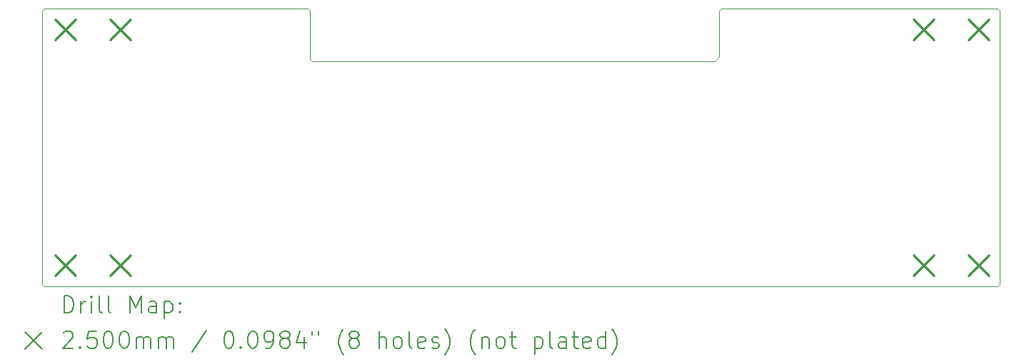
<source format=gbr>
%TF.GenerationSoftware,KiCad,Pcbnew,9.0.4-9.0.4-0~ubuntu22.04.1*%
%TF.CreationDate,2025-10-18T22:49:02+02:00*%
%TF.ProjectId,YR,59522e6b-6963-4616-945f-706362585858,rev?*%
%TF.SameCoordinates,Original*%
%TF.FileFunction,Drillmap*%
%TF.FilePolarity,Positive*%
%FSLAX45Y45*%
G04 Gerber Fmt 4.5, Leading zero omitted, Abs format (unit mm)*
G04 Created by KiCad (PCBNEW 9.0.4-9.0.4-0~ubuntu22.04.1) date 2025-10-18 22:49:02*
%MOMM*%
%LPD*%
G01*
G04 APERTURE LIST*
%ADD10C,0.050000*%
%ADD11C,0.200000*%
%ADD12C,0.250000*%
G04 APERTURE END LIST*
D10*
X12600000Y-5625000D02*
X17375000Y-5625000D01*
X9400000Y-5025000D02*
X9400000Y-8275000D01*
X20750000Y-8275000D02*
X20725000Y-8300000D01*
X20725000Y-8300000D02*
X9425000Y-8300000D01*
X17375000Y-5625000D02*
X17425000Y-5575000D01*
X17425000Y-5025000D02*
X17450000Y-5000000D01*
X9425000Y-8300000D02*
X9400000Y-8275000D01*
X17450000Y-5000000D02*
X20725000Y-5000000D01*
X9425000Y-5000000D02*
X9400000Y-5025000D01*
X12575000Y-5600000D02*
X12600000Y-5625000D01*
X17425000Y-5575000D02*
X17425000Y-5025000D01*
X9425000Y-5000000D02*
X12550000Y-5000000D01*
X12550000Y-5000000D02*
X12575000Y-5025000D01*
X12575000Y-5025000D02*
X12575000Y-5600000D01*
X20725000Y-5000000D02*
X20750000Y-5025000D01*
X20750000Y-5025000D02*
X20750000Y-8275000D01*
D11*
D12*
X9550000Y-5125000D02*
X9800000Y-5375000D01*
X9800000Y-5125000D02*
X9550000Y-5375000D01*
X9550000Y-7925000D02*
X9800000Y-8175000D01*
X9800000Y-7925000D02*
X9550000Y-8175000D01*
X10200000Y-5125000D02*
X10450000Y-5375000D01*
X10450000Y-5125000D02*
X10200000Y-5375000D01*
X10200000Y-7925000D02*
X10450000Y-8175000D01*
X10450000Y-7925000D02*
X10200000Y-8175000D01*
X19725000Y-5125000D02*
X19975000Y-5375000D01*
X19975000Y-5125000D02*
X19725000Y-5375000D01*
X19725000Y-7925000D02*
X19975000Y-8175000D01*
X19975000Y-7925000D02*
X19725000Y-8175000D01*
X20375000Y-5125000D02*
X20625000Y-5375000D01*
X20625000Y-5125000D02*
X20375000Y-5375000D01*
X20375000Y-7925000D02*
X20625000Y-8175000D01*
X20625000Y-7925000D02*
X20375000Y-8175000D01*
D11*
X9658277Y-8613984D02*
X9658277Y-8413984D01*
X9658277Y-8413984D02*
X9705896Y-8413984D01*
X9705896Y-8413984D02*
X9734467Y-8423508D01*
X9734467Y-8423508D02*
X9753515Y-8442555D01*
X9753515Y-8442555D02*
X9763039Y-8461603D01*
X9763039Y-8461603D02*
X9772563Y-8499698D01*
X9772563Y-8499698D02*
X9772563Y-8528270D01*
X9772563Y-8528270D02*
X9763039Y-8566365D01*
X9763039Y-8566365D02*
X9753515Y-8585412D01*
X9753515Y-8585412D02*
X9734467Y-8604460D01*
X9734467Y-8604460D02*
X9705896Y-8613984D01*
X9705896Y-8613984D02*
X9658277Y-8613984D01*
X9858277Y-8613984D02*
X9858277Y-8480650D01*
X9858277Y-8518746D02*
X9867801Y-8499698D01*
X9867801Y-8499698D02*
X9877324Y-8490174D01*
X9877324Y-8490174D02*
X9896372Y-8480650D01*
X9896372Y-8480650D02*
X9915420Y-8480650D01*
X9982086Y-8613984D02*
X9982086Y-8480650D01*
X9982086Y-8413984D02*
X9972563Y-8423508D01*
X9972563Y-8423508D02*
X9982086Y-8433031D01*
X9982086Y-8433031D02*
X9991610Y-8423508D01*
X9991610Y-8423508D02*
X9982086Y-8413984D01*
X9982086Y-8413984D02*
X9982086Y-8433031D01*
X10105896Y-8613984D02*
X10086848Y-8604460D01*
X10086848Y-8604460D02*
X10077324Y-8585412D01*
X10077324Y-8585412D02*
X10077324Y-8413984D01*
X10210658Y-8613984D02*
X10191610Y-8604460D01*
X10191610Y-8604460D02*
X10182086Y-8585412D01*
X10182086Y-8585412D02*
X10182086Y-8413984D01*
X10439229Y-8613984D02*
X10439229Y-8413984D01*
X10439229Y-8413984D02*
X10505896Y-8556841D01*
X10505896Y-8556841D02*
X10572563Y-8413984D01*
X10572563Y-8413984D02*
X10572563Y-8613984D01*
X10753515Y-8613984D02*
X10753515Y-8509222D01*
X10753515Y-8509222D02*
X10743991Y-8490174D01*
X10743991Y-8490174D02*
X10724944Y-8480650D01*
X10724944Y-8480650D02*
X10686848Y-8480650D01*
X10686848Y-8480650D02*
X10667801Y-8490174D01*
X10753515Y-8604460D02*
X10734467Y-8613984D01*
X10734467Y-8613984D02*
X10686848Y-8613984D01*
X10686848Y-8613984D02*
X10667801Y-8604460D01*
X10667801Y-8604460D02*
X10658277Y-8585412D01*
X10658277Y-8585412D02*
X10658277Y-8566365D01*
X10658277Y-8566365D02*
X10667801Y-8547317D01*
X10667801Y-8547317D02*
X10686848Y-8537793D01*
X10686848Y-8537793D02*
X10734467Y-8537793D01*
X10734467Y-8537793D02*
X10753515Y-8528270D01*
X10848753Y-8480650D02*
X10848753Y-8680650D01*
X10848753Y-8490174D02*
X10867801Y-8480650D01*
X10867801Y-8480650D02*
X10905896Y-8480650D01*
X10905896Y-8480650D02*
X10924944Y-8490174D01*
X10924944Y-8490174D02*
X10934467Y-8499698D01*
X10934467Y-8499698D02*
X10943991Y-8518746D01*
X10943991Y-8518746D02*
X10943991Y-8575889D01*
X10943991Y-8575889D02*
X10934467Y-8594936D01*
X10934467Y-8594936D02*
X10924944Y-8604460D01*
X10924944Y-8604460D02*
X10905896Y-8613984D01*
X10905896Y-8613984D02*
X10867801Y-8613984D01*
X10867801Y-8613984D02*
X10848753Y-8604460D01*
X11029705Y-8594936D02*
X11039229Y-8604460D01*
X11039229Y-8604460D02*
X11029705Y-8613984D01*
X11029705Y-8613984D02*
X11020182Y-8604460D01*
X11020182Y-8604460D02*
X11029705Y-8594936D01*
X11029705Y-8594936D02*
X11029705Y-8613984D01*
X11029705Y-8490174D02*
X11039229Y-8499698D01*
X11039229Y-8499698D02*
X11029705Y-8509222D01*
X11029705Y-8509222D02*
X11020182Y-8499698D01*
X11020182Y-8499698D02*
X11029705Y-8490174D01*
X11029705Y-8490174D02*
X11029705Y-8509222D01*
X9197500Y-8842500D02*
X9397500Y-9042500D01*
X9397500Y-8842500D02*
X9197500Y-9042500D01*
X9648753Y-8853031D02*
X9658277Y-8843508D01*
X9658277Y-8843508D02*
X9677324Y-8833984D01*
X9677324Y-8833984D02*
X9724944Y-8833984D01*
X9724944Y-8833984D02*
X9743991Y-8843508D01*
X9743991Y-8843508D02*
X9753515Y-8853031D01*
X9753515Y-8853031D02*
X9763039Y-8872079D01*
X9763039Y-8872079D02*
X9763039Y-8891127D01*
X9763039Y-8891127D02*
X9753515Y-8919698D01*
X9753515Y-8919698D02*
X9639229Y-9033984D01*
X9639229Y-9033984D02*
X9763039Y-9033984D01*
X9848753Y-9014936D02*
X9858277Y-9024460D01*
X9858277Y-9024460D02*
X9848753Y-9033984D01*
X9848753Y-9033984D02*
X9839229Y-9024460D01*
X9839229Y-9024460D02*
X9848753Y-9014936D01*
X9848753Y-9014936D02*
X9848753Y-9033984D01*
X10039229Y-8833984D02*
X9943991Y-8833984D01*
X9943991Y-8833984D02*
X9934467Y-8929222D01*
X9934467Y-8929222D02*
X9943991Y-8919698D01*
X9943991Y-8919698D02*
X9963039Y-8910174D01*
X9963039Y-8910174D02*
X10010658Y-8910174D01*
X10010658Y-8910174D02*
X10029705Y-8919698D01*
X10029705Y-8919698D02*
X10039229Y-8929222D01*
X10039229Y-8929222D02*
X10048753Y-8948270D01*
X10048753Y-8948270D02*
X10048753Y-8995889D01*
X10048753Y-8995889D02*
X10039229Y-9014936D01*
X10039229Y-9014936D02*
X10029705Y-9024460D01*
X10029705Y-9024460D02*
X10010658Y-9033984D01*
X10010658Y-9033984D02*
X9963039Y-9033984D01*
X9963039Y-9033984D02*
X9943991Y-9024460D01*
X9943991Y-9024460D02*
X9934467Y-9014936D01*
X10172563Y-8833984D02*
X10191610Y-8833984D01*
X10191610Y-8833984D02*
X10210658Y-8843508D01*
X10210658Y-8843508D02*
X10220182Y-8853031D01*
X10220182Y-8853031D02*
X10229705Y-8872079D01*
X10229705Y-8872079D02*
X10239229Y-8910174D01*
X10239229Y-8910174D02*
X10239229Y-8957793D01*
X10239229Y-8957793D02*
X10229705Y-8995889D01*
X10229705Y-8995889D02*
X10220182Y-9014936D01*
X10220182Y-9014936D02*
X10210658Y-9024460D01*
X10210658Y-9024460D02*
X10191610Y-9033984D01*
X10191610Y-9033984D02*
X10172563Y-9033984D01*
X10172563Y-9033984D02*
X10153515Y-9024460D01*
X10153515Y-9024460D02*
X10143991Y-9014936D01*
X10143991Y-9014936D02*
X10134467Y-8995889D01*
X10134467Y-8995889D02*
X10124944Y-8957793D01*
X10124944Y-8957793D02*
X10124944Y-8910174D01*
X10124944Y-8910174D02*
X10134467Y-8872079D01*
X10134467Y-8872079D02*
X10143991Y-8853031D01*
X10143991Y-8853031D02*
X10153515Y-8843508D01*
X10153515Y-8843508D02*
X10172563Y-8833984D01*
X10363039Y-8833984D02*
X10382086Y-8833984D01*
X10382086Y-8833984D02*
X10401134Y-8843508D01*
X10401134Y-8843508D02*
X10410658Y-8853031D01*
X10410658Y-8853031D02*
X10420182Y-8872079D01*
X10420182Y-8872079D02*
X10429705Y-8910174D01*
X10429705Y-8910174D02*
X10429705Y-8957793D01*
X10429705Y-8957793D02*
X10420182Y-8995889D01*
X10420182Y-8995889D02*
X10410658Y-9014936D01*
X10410658Y-9014936D02*
X10401134Y-9024460D01*
X10401134Y-9024460D02*
X10382086Y-9033984D01*
X10382086Y-9033984D02*
X10363039Y-9033984D01*
X10363039Y-9033984D02*
X10343991Y-9024460D01*
X10343991Y-9024460D02*
X10334467Y-9014936D01*
X10334467Y-9014936D02*
X10324944Y-8995889D01*
X10324944Y-8995889D02*
X10315420Y-8957793D01*
X10315420Y-8957793D02*
X10315420Y-8910174D01*
X10315420Y-8910174D02*
X10324944Y-8872079D01*
X10324944Y-8872079D02*
X10334467Y-8853031D01*
X10334467Y-8853031D02*
X10343991Y-8843508D01*
X10343991Y-8843508D02*
X10363039Y-8833984D01*
X10515420Y-9033984D02*
X10515420Y-8900650D01*
X10515420Y-8919698D02*
X10524944Y-8910174D01*
X10524944Y-8910174D02*
X10543991Y-8900650D01*
X10543991Y-8900650D02*
X10572563Y-8900650D01*
X10572563Y-8900650D02*
X10591610Y-8910174D01*
X10591610Y-8910174D02*
X10601134Y-8929222D01*
X10601134Y-8929222D02*
X10601134Y-9033984D01*
X10601134Y-8929222D02*
X10610658Y-8910174D01*
X10610658Y-8910174D02*
X10629705Y-8900650D01*
X10629705Y-8900650D02*
X10658277Y-8900650D01*
X10658277Y-8900650D02*
X10677325Y-8910174D01*
X10677325Y-8910174D02*
X10686848Y-8929222D01*
X10686848Y-8929222D02*
X10686848Y-9033984D01*
X10782086Y-9033984D02*
X10782086Y-8900650D01*
X10782086Y-8919698D02*
X10791610Y-8910174D01*
X10791610Y-8910174D02*
X10810658Y-8900650D01*
X10810658Y-8900650D02*
X10839229Y-8900650D01*
X10839229Y-8900650D02*
X10858277Y-8910174D01*
X10858277Y-8910174D02*
X10867801Y-8929222D01*
X10867801Y-8929222D02*
X10867801Y-9033984D01*
X10867801Y-8929222D02*
X10877325Y-8910174D01*
X10877325Y-8910174D02*
X10896372Y-8900650D01*
X10896372Y-8900650D02*
X10924944Y-8900650D01*
X10924944Y-8900650D02*
X10943991Y-8910174D01*
X10943991Y-8910174D02*
X10953515Y-8929222D01*
X10953515Y-8929222D02*
X10953515Y-9033984D01*
X11343991Y-8824460D02*
X11172563Y-9081603D01*
X11601134Y-8833984D02*
X11620182Y-8833984D01*
X11620182Y-8833984D02*
X11639229Y-8843508D01*
X11639229Y-8843508D02*
X11648753Y-8853031D01*
X11648753Y-8853031D02*
X11658277Y-8872079D01*
X11658277Y-8872079D02*
X11667801Y-8910174D01*
X11667801Y-8910174D02*
X11667801Y-8957793D01*
X11667801Y-8957793D02*
X11658277Y-8995889D01*
X11658277Y-8995889D02*
X11648753Y-9014936D01*
X11648753Y-9014936D02*
X11639229Y-9024460D01*
X11639229Y-9024460D02*
X11620182Y-9033984D01*
X11620182Y-9033984D02*
X11601134Y-9033984D01*
X11601134Y-9033984D02*
X11582086Y-9024460D01*
X11582086Y-9024460D02*
X11572563Y-9014936D01*
X11572563Y-9014936D02*
X11563039Y-8995889D01*
X11563039Y-8995889D02*
X11553515Y-8957793D01*
X11553515Y-8957793D02*
X11553515Y-8910174D01*
X11553515Y-8910174D02*
X11563039Y-8872079D01*
X11563039Y-8872079D02*
X11572563Y-8853031D01*
X11572563Y-8853031D02*
X11582086Y-8843508D01*
X11582086Y-8843508D02*
X11601134Y-8833984D01*
X11753515Y-9014936D02*
X11763039Y-9024460D01*
X11763039Y-9024460D02*
X11753515Y-9033984D01*
X11753515Y-9033984D02*
X11743991Y-9024460D01*
X11743991Y-9024460D02*
X11753515Y-9014936D01*
X11753515Y-9014936D02*
X11753515Y-9033984D01*
X11886848Y-8833984D02*
X11905896Y-8833984D01*
X11905896Y-8833984D02*
X11924944Y-8843508D01*
X11924944Y-8843508D02*
X11934467Y-8853031D01*
X11934467Y-8853031D02*
X11943991Y-8872079D01*
X11943991Y-8872079D02*
X11953515Y-8910174D01*
X11953515Y-8910174D02*
X11953515Y-8957793D01*
X11953515Y-8957793D02*
X11943991Y-8995889D01*
X11943991Y-8995889D02*
X11934467Y-9014936D01*
X11934467Y-9014936D02*
X11924944Y-9024460D01*
X11924944Y-9024460D02*
X11905896Y-9033984D01*
X11905896Y-9033984D02*
X11886848Y-9033984D01*
X11886848Y-9033984D02*
X11867801Y-9024460D01*
X11867801Y-9024460D02*
X11858277Y-9014936D01*
X11858277Y-9014936D02*
X11848753Y-8995889D01*
X11848753Y-8995889D02*
X11839229Y-8957793D01*
X11839229Y-8957793D02*
X11839229Y-8910174D01*
X11839229Y-8910174D02*
X11848753Y-8872079D01*
X11848753Y-8872079D02*
X11858277Y-8853031D01*
X11858277Y-8853031D02*
X11867801Y-8843508D01*
X11867801Y-8843508D02*
X11886848Y-8833984D01*
X12048753Y-9033984D02*
X12086848Y-9033984D01*
X12086848Y-9033984D02*
X12105896Y-9024460D01*
X12105896Y-9024460D02*
X12115420Y-9014936D01*
X12115420Y-9014936D02*
X12134467Y-8986365D01*
X12134467Y-8986365D02*
X12143991Y-8948270D01*
X12143991Y-8948270D02*
X12143991Y-8872079D01*
X12143991Y-8872079D02*
X12134467Y-8853031D01*
X12134467Y-8853031D02*
X12124944Y-8843508D01*
X12124944Y-8843508D02*
X12105896Y-8833984D01*
X12105896Y-8833984D02*
X12067801Y-8833984D01*
X12067801Y-8833984D02*
X12048753Y-8843508D01*
X12048753Y-8843508D02*
X12039229Y-8853031D01*
X12039229Y-8853031D02*
X12029706Y-8872079D01*
X12029706Y-8872079D02*
X12029706Y-8919698D01*
X12029706Y-8919698D02*
X12039229Y-8938746D01*
X12039229Y-8938746D02*
X12048753Y-8948270D01*
X12048753Y-8948270D02*
X12067801Y-8957793D01*
X12067801Y-8957793D02*
X12105896Y-8957793D01*
X12105896Y-8957793D02*
X12124944Y-8948270D01*
X12124944Y-8948270D02*
X12134467Y-8938746D01*
X12134467Y-8938746D02*
X12143991Y-8919698D01*
X12258277Y-8919698D02*
X12239229Y-8910174D01*
X12239229Y-8910174D02*
X12229706Y-8900650D01*
X12229706Y-8900650D02*
X12220182Y-8881603D01*
X12220182Y-8881603D02*
X12220182Y-8872079D01*
X12220182Y-8872079D02*
X12229706Y-8853031D01*
X12229706Y-8853031D02*
X12239229Y-8843508D01*
X12239229Y-8843508D02*
X12258277Y-8833984D01*
X12258277Y-8833984D02*
X12296372Y-8833984D01*
X12296372Y-8833984D02*
X12315420Y-8843508D01*
X12315420Y-8843508D02*
X12324944Y-8853031D01*
X12324944Y-8853031D02*
X12334467Y-8872079D01*
X12334467Y-8872079D02*
X12334467Y-8881603D01*
X12334467Y-8881603D02*
X12324944Y-8900650D01*
X12324944Y-8900650D02*
X12315420Y-8910174D01*
X12315420Y-8910174D02*
X12296372Y-8919698D01*
X12296372Y-8919698D02*
X12258277Y-8919698D01*
X12258277Y-8919698D02*
X12239229Y-8929222D01*
X12239229Y-8929222D02*
X12229706Y-8938746D01*
X12229706Y-8938746D02*
X12220182Y-8957793D01*
X12220182Y-8957793D02*
X12220182Y-8995889D01*
X12220182Y-8995889D02*
X12229706Y-9014936D01*
X12229706Y-9014936D02*
X12239229Y-9024460D01*
X12239229Y-9024460D02*
X12258277Y-9033984D01*
X12258277Y-9033984D02*
X12296372Y-9033984D01*
X12296372Y-9033984D02*
X12315420Y-9024460D01*
X12315420Y-9024460D02*
X12324944Y-9014936D01*
X12324944Y-9014936D02*
X12334467Y-8995889D01*
X12334467Y-8995889D02*
X12334467Y-8957793D01*
X12334467Y-8957793D02*
X12324944Y-8938746D01*
X12324944Y-8938746D02*
X12315420Y-8929222D01*
X12315420Y-8929222D02*
X12296372Y-8919698D01*
X12505896Y-8900650D02*
X12505896Y-9033984D01*
X12458277Y-8824460D02*
X12410658Y-8967317D01*
X12410658Y-8967317D02*
X12534467Y-8967317D01*
X12601134Y-8833984D02*
X12601134Y-8872079D01*
X12677325Y-8833984D02*
X12677325Y-8872079D01*
X12972563Y-9110174D02*
X12963039Y-9100650D01*
X12963039Y-9100650D02*
X12943991Y-9072079D01*
X12943991Y-9072079D02*
X12934468Y-9053031D01*
X12934468Y-9053031D02*
X12924944Y-9024460D01*
X12924944Y-9024460D02*
X12915420Y-8976841D01*
X12915420Y-8976841D02*
X12915420Y-8938746D01*
X12915420Y-8938746D02*
X12924944Y-8891127D01*
X12924944Y-8891127D02*
X12934468Y-8862555D01*
X12934468Y-8862555D02*
X12943991Y-8843508D01*
X12943991Y-8843508D02*
X12963039Y-8814936D01*
X12963039Y-8814936D02*
X12972563Y-8805412D01*
X13077325Y-8919698D02*
X13058277Y-8910174D01*
X13058277Y-8910174D02*
X13048753Y-8900650D01*
X13048753Y-8900650D02*
X13039229Y-8881603D01*
X13039229Y-8881603D02*
X13039229Y-8872079D01*
X13039229Y-8872079D02*
X13048753Y-8853031D01*
X13048753Y-8853031D02*
X13058277Y-8843508D01*
X13058277Y-8843508D02*
X13077325Y-8833984D01*
X13077325Y-8833984D02*
X13115420Y-8833984D01*
X13115420Y-8833984D02*
X13134468Y-8843508D01*
X13134468Y-8843508D02*
X13143991Y-8853031D01*
X13143991Y-8853031D02*
X13153515Y-8872079D01*
X13153515Y-8872079D02*
X13153515Y-8881603D01*
X13153515Y-8881603D02*
X13143991Y-8900650D01*
X13143991Y-8900650D02*
X13134468Y-8910174D01*
X13134468Y-8910174D02*
X13115420Y-8919698D01*
X13115420Y-8919698D02*
X13077325Y-8919698D01*
X13077325Y-8919698D02*
X13058277Y-8929222D01*
X13058277Y-8929222D02*
X13048753Y-8938746D01*
X13048753Y-8938746D02*
X13039229Y-8957793D01*
X13039229Y-8957793D02*
X13039229Y-8995889D01*
X13039229Y-8995889D02*
X13048753Y-9014936D01*
X13048753Y-9014936D02*
X13058277Y-9024460D01*
X13058277Y-9024460D02*
X13077325Y-9033984D01*
X13077325Y-9033984D02*
X13115420Y-9033984D01*
X13115420Y-9033984D02*
X13134468Y-9024460D01*
X13134468Y-9024460D02*
X13143991Y-9014936D01*
X13143991Y-9014936D02*
X13153515Y-8995889D01*
X13153515Y-8995889D02*
X13153515Y-8957793D01*
X13153515Y-8957793D02*
X13143991Y-8938746D01*
X13143991Y-8938746D02*
X13134468Y-8929222D01*
X13134468Y-8929222D02*
X13115420Y-8919698D01*
X13391610Y-9033984D02*
X13391610Y-8833984D01*
X13477325Y-9033984D02*
X13477325Y-8929222D01*
X13477325Y-8929222D02*
X13467801Y-8910174D01*
X13467801Y-8910174D02*
X13448753Y-8900650D01*
X13448753Y-8900650D02*
X13420182Y-8900650D01*
X13420182Y-8900650D02*
X13401134Y-8910174D01*
X13401134Y-8910174D02*
X13391610Y-8919698D01*
X13601134Y-9033984D02*
X13582087Y-9024460D01*
X13582087Y-9024460D02*
X13572563Y-9014936D01*
X13572563Y-9014936D02*
X13563039Y-8995889D01*
X13563039Y-8995889D02*
X13563039Y-8938746D01*
X13563039Y-8938746D02*
X13572563Y-8919698D01*
X13572563Y-8919698D02*
X13582087Y-8910174D01*
X13582087Y-8910174D02*
X13601134Y-8900650D01*
X13601134Y-8900650D02*
X13629706Y-8900650D01*
X13629706Y-8900650D02*
X13648753Y-8910174D01*
X13648753Y-8910174D02*
X13658277Y-8919698D01*
X13658277Y-8919698D02*
X13667801Y-8938746D01*
X13667801Y-8938746D02*
X13667801Y-8995889D01*
X13667801Y-8995889D02*
X13658277Y-9014936D01*
X13658277Y-9014936D02*
X13648753Y-9024460D01*
X13648753Y-9024460D02*
X13629706Y-9033984D01*
X13629706Y-9033984D02*
X13601134Y-9033984D01*
X13782087Y-9033984D02*
X13763039Y-9024460D01*
X13763039Y-9024460D02*
X13753515Y-9005412D01*
X13753515Y-9005412D02*
X13753515Y-8833984D01*
X13934468Y-9024460D02*
X13915420Y-9033984D01*
X13915420Y-9033984D02*
X13877325Y-9033984D01*
X13877325Y-9033984D02*
X13858277Y-9024460D01*
X13858277Y-9024460D02*
X13848753Y-9005412D01*
X13848753Y-9005412D02*
X13848753Y-8929222D01*
X13848753Y-8929222D02*
X13858277Y-8910174D01*
X13858277Y-8910174D02*
X13877325Y-8900650D01*
X13877325Y-8900650D02*
X13915420Y-8900650D01*
X13915420Y-8900650D02*
X13934468Y-8910174D01*
X13934468Y-8910174D02*
X13943991Y-8929222D01*
X13943991Y-8929222D02*
X13943991Y-8948270D01*
X13943991Y-8948270D02*
X13848753Y-8967317D01*
X14020182Y-9024460D02*
X14039230Y-9033984D01*
X14039230Y-9033984D02*
X14077325Y-9033984D01*
X14077325Y-9033984D02*
X14096372Y-9024460D01*
X14096372Y-9024460D02*
X14105896Y-9005412D01*
X14105896Y-9005412D02*
X14105896Y-8995889D01*
X14105896Y-8995889D02*
X14096372Y-8976841D01*
X14096372Y-8976841D02*
X14077325Y-8967317D01*
X14077325Y-8967317D02*
X14048753Y-8967317D01*
X14048753Y-8967317D02*
X14029706Y-8957793D01*
X14029706Y-8957793D02*
X14020182Y-8938746D01*
X14020182Y-8938746D02*
X14020182Y-8929222D01*
X14020182Y-8929222D02*
X14029706Y-8910174D01*
X14029706Y-8910174D02*
X14048753Y-8900650D01*
X14048753Y-8900650D02*
X14077325Y-8900650D01*
X14077325Y-8900650D02*
X14096372Y-8910174D01*
X14172563Y-9110174D02*
X14182087Y-9100650D01*
X14182087Y-9100650D02*
X14201134Y-9072079D01*
X14201134Y-9072079D02*
X14210658Y-9053031D01*
X14210658Y-9053031D02*
X14220182Y-9024460D01*
X14220182Y-9024460D02*
X14229706Y-8976841D01*
X14229706Y-8976841D02*
X14229706Y-8938746D01*
X14229706Y-8938746D02*
X14220182Y-8891127D01*
X14220182Y-8891127D02*
X14210658Y-8862555D01*
X14210658Y-8862555D02*
X14201134Y-8843508D01*
X14201134Y-8843508D02*
X14182087Y-8814936D01*
X14182087Y-8814936D02*
X14172563Y-8805412D01*
X14534468Y-9110174D02*
X14524944Y-9100650D01*
X14524944Y-9100650D02*
X14505896Y-9072079D01*
X14505896Y-9072079D02*
X14496372Y-9053031D01*
X14496372Y-9053031D02*
X14486849Y-9024460D01*
X14486849Y-9024460D02*
X14477325Y-8976841D01*
X14477325Y-8976841D02*
X14477325Y-8938746D01*
X14477325Y-8938746D02*
X14486849Y-8891127D01*
X14486849Y-8891127D02*
X14496372Y-8862555D01*
X14496372Y-8862555D02*
X14505896Y-8843508D01*
X14505896Y-8843508D02*
X14524944Y-8814936D01*
X14524944Y-8814936D02*
X14534468Y-8805412D01*
X14610658Y-8900650D02*
X14610658Y-9033984D01*
X14610658Y-8919698D02*
X14620182Y-8910174D01*
X14620182Y-8910174D02*
X14639230Y-8900650D01*
X14639230Y-8900650D02*
X14667801Y-8900650D01*
X14667801Y-8900650D02*
X14686849Y-8910174D01*
X14686849Y-8910174D02*
X14696372Y-8929222D01*
X14696372Y-8929222D02*
X14696372Y-9033984D01*
X14820182Y-9033984D02*
X14801134Y-9024460D01*
X14801134Y-9024460D02*
X14791611Y-9014936D01*
X14791611Y-9014936D02*
X14782087Y-8995889D01*
X14782087Y-8995889D02*
X14782087Y-8938746D01*
X14782087Y-8938746D02*
X14791611Y-8919698D01*
X14791611Y-8919698D02*
X14801134Y-8910174D01*
X14801134Y-8910174D02*
X14820182Y-8900650D01*
X14820182Y-8900650D02*
X14848753Y-8900650D01*
X14848753Y-8900650D02*
X14867801Y-8910174D01*
X14867801Y-8910174D02*
X14877325Y-8919698D01*
X14877325Y-8919698D02*
X14886849Y-8938746D01*
X14886849Y-8938746D02*
X14886849Y-8995889D01*
X14886849Y-8995889D02*
X14877325Y-9014936D01*
X14877325Y-9014936D02*
X14867801Y-9024460D01*
X14867801Y-9024460D02*
X14848753Y-9033984D01*
X14848753Y-9033984D02*
X14820182Y-9033984D01*
X14943992Y-8900650D02*
X15020182Y-8900650D01*
X14972563Y-8833984D02*
X14972563Y-9005412D01*
X14972563Y-9005412D02*
X14982087Y-9024460D01*
X14982087Y-9024460D02*
X15001134Y-9033984D01*
X15001134Y-9033984D02*
X15020182Y-9033984D01*
X15239230Y-8900650D02*
X15239230Y-9100650D01*
X15239230Y-8910174D02*
X15258277Y-8900650D01*
X15258277Y-8900650D02*
X15296373Y-8900650D01*
X15296373Y-8900650D02*
X15315420Y-8910174D01*
X15315420Y-8910174D02*
X15324944Y-8919698D01*
X15324944Y-8919698D02*
X15334468Y-8938746D01*
X15334468Y-8938746D02*
X15334468Y-8995889D01*
X15334468Y-8995889D02*
X15324944Y-9014936D01*
X15324944Y-9014936D02*
X15315420Y-9024460D01*
X15315420Y-9024460D02*
X15296373Y-9033984D01*
X15296373Y-9033984D02*
X15258277Y-9033984D01*
X15258277Y-9033984D02*
X15239230Y-9024460D01*
X15448753Y-9033984D02*
X15429706Y-9024460D01*
X15429706Y-9024460D02*
X15420182Y-9005412D01*
X15420182Y-9005412D02*
X15420182Y-8833984D01*
X15610658Y-9033984D02*
X15610658Y-8929222D01*
X15610658Y-8929222D02*
X15601134Y-8910174D01*
X15601134Y-8910174D02*
X15582087Y-8900650D01*
X15582087Y-8900650D02*
X15543992Y-8900650D01*
X15543992Y-8900650D02*
X15524944Y-8910174D01*
X15610658Y-9024460D02*
X15591611Y-9033984D01*
X15591611Y-9033984D02*
X15543992Y-9033984D01*
X15543992Y-9033984D02*
X15524944Y-9024460D01*
X15524944Y-9024460D02*
X15515420Y-9005412D01*
X15515420Y-9005412D02*
X15515420Y-8986365D01*
X15515420Y-8986365D02*
X15524944Y-8967317D01*
X15524944Y-8967317D02*
X15543992Y-8957793D01*
X15543992Y-8957793D02*
X15591611Y-8957793D01*
X15591611Y-8957793D02*
X15610658Y-8948270D01*
X15677325Y-8900650D02*
X15753515Y-8900650D01*
X15705896Y-8833984D02*
X15705896Y-9005412D01*
X15705896Y-9005412D02*
X15715420Y-9024460D01*
X15715420Y-9024460D02*
X15734468Y-9033984D01*
X15734468Y-9033984D02*
X15753515Y-9033984D01*
X15896373Y-9024460D02*
X15877325Y-9033984D01*
X15877325Y-9033984D02*
X15839230Y-9033984D01*
X15839230Y-9033984D02*
X15820182Y-9024460D01*
X15820182Y-9024460D02*
X15810658Y-9005412D01*
X15810658Y-9005412D02*
X15810658Y-8929222D01*
X15810658Y-8929222D02*
X15820182Y-8910174D01*
X15820182Y-8910174D02*
X15839230Y-8900650D01*
X15839230Y-8900650D02*
X15877325Y-8900650D01*
X15877325Y-8900650D02*
X15896373Y-8910174D01*
X15896373Y-8910174D02*
X15905896Y-8929222D01*
X15905896Y-8929222D02*
X15905896Y-8948270D01*
X15905896Y-8948270D02*
X15810658Y-8967317D01*
X16077325Y-9033984D02*
X16077325Y-8833984D01*
X16077325Y-9024460D02*
X16058277Y-9033984D01*
X16058277Y-9033984D02*
X16020182Y-9033984D01*
X16020182Y-9033984D02*
X16001134Y-9024460D01*
X16001134Y-9024460D02*
X15991611Y-9014936D01*
X15991611Y-9014936D02*
X15982087Y-8995889D01*
X15982087Y-8995889D02*
X15982087Y-8938746D01*
X15982087Y-8938746D02*
X15991611Y-8919698D01*
X15991611Y-8919698D02*
X16001134Y-8910174D01*
X16001134Y-8910174D02*
X16020182Y-8900650D01*
X16020182Y-8900650D02*
X16058277Y-8900650D01*
X16058277Y-8900650D02*
X16077325Y-8910174D01*
X16153515Y-9110174D02*
X16163039Y-9100650D01*
X16163039Y-9100650D02*
X16182087Y-9072079D01*
X16182087Y-9072079D02*
X16191611Y-9053031D01*
X16191611Y-9053031D02*
X16201134Y-9024460D01*
X16201134Y-9024460D02*
X16210658Y-8976841D01*
X16210658Y-8976841D02*
X16210658Y-8938746D01*
X16210658Y-8938746D02*
X16201134Y-8891127D01*
X16201134Y-8891127D02*
X16191611Y-8862555D01*
X16191611Y-8862555D02*
X16182087Y-8843508D01*
X16182087Y-8843508D02*
X16163039Y-8814936D01*
X16163039Y-8814936D02*
X16153515Y-8805412D01*
M02*

</source>
